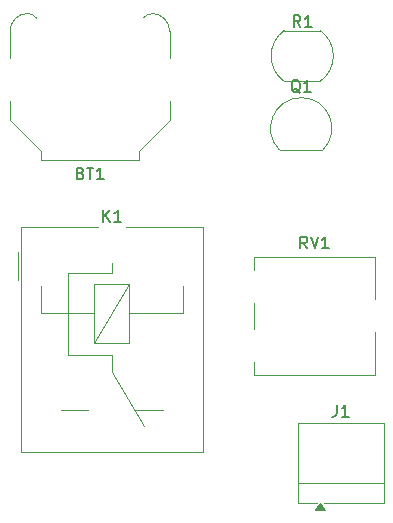
<source format=gbr>
%TF.GenerationSoftware,KiCad,Pcbnew,9.0.3*%
%TF.CreationDate,2025-07-19T00:48:33+05:30*%
%TF.ProjectId,Project_1,50726f6a-6563-4745-9f31-2e6b69636164,rev?*%
%TF.SameCoordinates,Original*%
%TF.FileFunction,Legend,Top*%
%TF.FilePolarity,Positive*%
%FSLAX46Y46*%
G04 Gerber Fmt 4.6, Leading zero omitted, Abs format (unit mm)*
G04 Created by KiCad (PCBNEW 9.0.3) date 2025-07-19 00:48:33*
%MOMM*%
%LPD*%
G01*
G04 APERTURE LIST*
%ADD10C,0.150000*%
%ADD11C,0.120000*%
G04 APERTURE END LIST*
D10*
X137904761Y-74299819D02*
X137571428Y-73823628D01*
X137333333Y-74299819D02*
X137333333Y-73299819D01*
X137333333Y-73299819D02*
X137714285Y-73299819D01*
X137714285Y-73299819D02*
X137809523Y-73347438D01*
X137809523Y-73347438D02*
X137857142Y-73395057D01*
X137857142Y-73395057D02*
X137904761Y-73490295D01*
X137904761Y-73490295D02*
X137904761Y-73633152D01*
X137904761Y-73633152D02*
X137857142Y-73728390D01*
X137857142Y-73728390D02*
X137809523Y-73776009D01*
X137809523Y-73776009D02*
X137714285Y-73823628D01*
X137714285Y-73823628D02*
X137333333Y-73823628D01*
X138190476Y-73299819D02*
X138523809Y-74299819D01*
X138523809Y-74299819D02*
X138857142Y-73299819D01*
X139714285Y-74299819D02*
X139142857Y-74299819D01*
X139428571Y-74299819D02*
X139428571Y-73299819D01*
X139428571Y-73299819D02*
X139333333Y-73442676D01*
X139333333Y-73442676D02*
X139238095Y-73537914D01*
X139238095Y-73537914D02*
X139142857Y-73585533D01*
X137333333Y-55554819D02*
X137000000Y-55078628D01*
X136761905Y-55554819D02*
X136761905Y-54554819D01*
X136761905Y-54554819D02*
X137142857Y-54554819D01*
X137142857Y-54554819D02*
X137238095Y-54602438D01*
X137238095Y-54602438D02*
X137285714Y-54650057D01*
X137285714Y-54650057D02*
X137333333Y-54745295D01*
X137333333Y-54745295D02*
X137333333Y-54888152D01*
X137333333Y-54888152D02*
X137285714Y-54983390D01*
X137285714Y-54983390D02*
X137238095Y-55031009D01*
X137238095Y-55031009D02*
X137142857Y-55078628D01*
X137142857Y-55078628D02*
X136761905Y-55078628D01*
X138285714Y-55554819D02*
X137714286Y-55554819D01*
X138000000Y-55554819D02*
X138000000Y-54554819D01*
X138000000Y-54554819D02*
X137904762Y-54697676D01*
X137904762Y-54697676D02*
X137809524Y-54792914D01*
X137809524Y-54792914D02*
X137714286Y-54840533D01*
X137304761Y-61120057D02*
X137209523Y-61072438D01*
X137209523Y-61072438D02*
X137114285Y-60977200D01*
X137114285Y-60977200D02*
X136971428Y-60834342D01*
X136971428Y-60834342D02*
X136876190Y-60786723D01*
X136876190Y-60786723D02*
X136780952Y-60786723D01*
X136828571Y-61024819D02*
X136733333Y-60977200D01*
X136733333Y-60977200D02*
X136638095Y-60881961D01*
X136638095Y-60881961D02*
X136590476Y-60691485D01*
X136590476Y-60691485D02*
X136590476Y-60358152D01*
X136590476Y-60358152D02*
X136638095Y-60167676D01*
X136638095Y-60167676D02*
X136733333Y-60072438D01*
X136733333Y-60072438D02*
X136828571Y-60024819D01*
X136828571Y-60024819D02*
X137019047Y-60024819D01*
X137019047Y-60024819D02*
X137114285Y-60072438D01*
X137114285Y-60072438D02*
X137209523Y-60167676D01*
X137209523Y-60167676D02*
X137257142Y-60358152D01*
X137257142Y-60358152D02*
X137257142Y-60691485D01*
X137257142Y-60691485D02*
X137209523Y-60881961D01*
X137209523Y-60881961D02*
X137114285Y-60977200D01*
X137114285Y-60977200D02*
X137019047Y-61024819D01*
X137019047Y-61024819D02*
X136828571Y-61024819D01*
X138209523Y-61024819D02*
X137638095Y-61024819D01*
X137923809Y-61024819D02*
X137923809Y-60024819D01*
X137923809Y-60024819D02*
X137828571Y-60167676D01*
X137828571Y-60167676D02*
X137733333Y-60262914D01*
X137733333Y-60262914D02*
X137638095Y-60310533D01*
X120616905Y-72044819D02*
X120616905Y-71044819D01*
X121188333Y-72044819D02*
X120759762Y-71473390D01*
X121188333Y-71044819D02*
X120616905Y-71616247D01*
X122140714Y-72044819D02*
X121569286Y-72044819D01*
X121855000Y-72044819D02*
X121855000Y-71044819D01*
X121855000Y-71044819D02*
X121759762Y-71187676D01*
X121759762Y-71187676D02*
X121664524Y-71282914D01*
X121664524Y-71282914D02*
X121569286Y-71330533D01*
X140416666Y-87534819D02*
X140416666Y-88249104D01*
X140416666Y-88249104D02*
X140369047Y-88391961D01*
X140369047Y-88391961D02*
X140273809Y-88487200D01*
X140273809Y-88487200D02*
X140130952Y-88534819D01*
X140130952Y-88534819D02*
X140035714Y-88534819D01*
X141416666Y-88534819D02*
X140845238Y-88534819D01*
X141130952Y-88534819D02*
X141130952Y-87534819D01*
X141130952Y-87534819D02*
X141035714Y-87677676D01*
X141035714Y-87677676D02*
X140940476Y-87772914D01*
X140940476Y-87772914D02*
X140845238Y-87820533D01*
X118714285Y-67931009D02*
X118857142Y-67978628D01*
X118857142Y-67978628D02*
X118904761Y-68026247D01*
X118904761Y-68026247D02*
X118952380Y-68121485D01*
X118952380Y-68121485D02*
X118952380Y-68264342D01*
X118952380Y-68264342D02*
X118904761Y-68359580D01*
X118904761Y-68359580D02*
X118857142Y-68407200D01*
X118857142Y-68407200D02*
X118761904Y-68454819D01*
X118761904Y-68454819D02*
X118380952Y-68454819D01*
X118380952Y-68454819D02*
X118380952Y-67454819D01*
X118380952Y-67454819D02*
X118714285Y-67454819D01*
X118714285Y-67454819D02*
X118809523Y-67502438D01*
X118809523Y-67502438D02*
X118857142Y-67550057D01*
X118857142Y-67550057D02*
X118904761Y-67645295D01*
X118904761Y-67645295D02*
X118904761Y-67740533D01*
X118904761Y-67740533D02*
X118857142Y-67835771D01*
X118857142Y-67835771D02*
X118809523Y-67883390D01*
X118809523Y-67883390D02*
X118714285Y-67931009D01*
X118714285Y-67931009D02*
X118380952Y-67931009D01*
X119238095Y-67454819D02*
X119809523Y-67454819D01*
X119523809Y-68454819D02*
X119523809Y-67454819D01*
X120666666Y-68454819D02*
X120095238Y-68454819D01*
X120380952Y-68454819D02*
X120380952Y-67454819D01*
X120380952Y-67454819D02*
X120285714Y-67597676D01*
X120285714Y-67597676D02*
X120190476Y-67692914D01*
X120190476Y-67692914D02*
X120095238Y-67740533D01*
D11*
%TO.C,RV1*%
X133390000Y-74985000D02*
X143610000Y-74985000D01*
X133390000Y-76099000D02*
X133390000Y-74985000D01*
X133390000Y-81099000D02*
X133390000Y-78891000D01*
X133390000Y-85005000D02*
X133390000Y-83891000D01*
X143610000Y-74985000D02*
X143610000Y-78599000D01*
X143610000Y-81391000D02*
X143610000Y-85005000D01*
X143610000Y-85005000D02*
X133390000Y-85005000D01*
%TO.C,R1*%
X135950000Y-55850000D02*
X139000000Y-55850000D01*
X135950000Y-60150000D02*
X139000000Y-60150000D01*
X135950000Y-60150000D02*
G75*
G02*
X135971766Y-55834475I1550000J2150000D01*
G01*
X139000000Y-55850000D02*
G75*
G02*
X139044513Y-60118249I-1500000J-2150000D01*
G01*
%TO.C,Q1*%
X135600000Y-65980000D02*
X139200000Y-65980000D01*
X135561522Y-65968478D02*
G75*
G02*
X137400000Y-61529999I1838478J1838478D01*
G01*
X137400000Y-61530000D02*
G75*
G02*
X139238478Y-65968478I0J-2600000D01*
G01*
%TO.C,K1*%
X113405000Y-74640000D02*
X113405000Y-76940000D01*
X113645000Y-91490000D02*
X113645000Y-72480000D01*
X115355000Y-77490000D02*
X115355000Y-79790000D01*
X117055000Y-87990000D02*
X119355000Y-87990000D01*
X117655000Y-83290000D02*
X117655000Y-76390000D01*
X119855000Y-77290000D02*
X122855000Y-77290000D01*
X119855000Y-79790000D02*
X115355000Y-79790000D01*
X119855000Y-82290000D02*
X119855000Y-77290000D01*
X119855000Y-82290000D02*
X122855000Y-77290000D01*
X120155000Y-72480000D02*
X113645000Y-72480000D01*
X121355000Y-76390000D02*
X117655000Y-76390000D01*
X121355000Y-76390000D02*
X121355000Y-75490000D01*
X121355000Y-83290000D02*
X117655000Y-83290000D01*
X121355000Y-83290000D02*
X121355000Y-84790000D01*
X121355000Y-84790000D02*
X124055000Y-89290000D01*
X122855000Y-77290000D02*
X122855000Y-82290000D01*
X122855000Y-82290000D02*
X119855000Y-82290000D01*
X125655000Y-87990000D02*
X123355000Y-87990000D01*
X127355000Y-79790000D02*
X122855000Y-79790000D01*
X127355000Y-79790000D02*
X127355000Y-77490000D01*
X129065000Y-72480000D02*
X122555000Y-72480000D01*
X129065000Y-72480000D02*
X129065000Y-91500000D01*
X129065000Y-91500000D02*
X113645000Y-91500000D01*
%TO.C,J1*%
X137130000Y-89080000D02*
X144370000Y-89080000D01*
X137130000Y-94200000D02*
X144370000Y-94200000D01*
X137130000Y-95820000D02*
X137130000Y-89080000D01*
X138700000Y-95820000D02*
X137130000Y-95820000D01*
X144370000Y-89080000D02*
X144370000Y-95820000D01*
X144370000Y-95820000D02*
X139300000Y-95820000D01*
X139440000Y-96430000D02*
X138560000Y-96430000D01*
X139000000Y-95820000D01*
X139440000Y-96430000D01*
G36*
X139440000Y-96430000D02*
G01*
X138560000Y-96430000D01*
X139000000Y-95820000D01*
X139440000Y-96430000D01*
G37*
%TO.C,BT1*%
X126250000Y-63450000D02*
X123650000Y-66050000D01*
X126250000Y-61800000D02*
X126250000Y-63450000D01*
X126250000Y-58200000D02*
X126250000Y-55900000D01*
X123650000Y-66850000D02*
X115350000Y-66850000D01*
X123650000Y-66050000D02*
X123650000Y-66850000D01*
X115350000Y-66850000D02*
X115350000Y-66050000D01*
X115350000Y-66050000D02*
X112750000Y-63450000D01*
X112750000Y-63450000D02*
X112750000Y-61800000D01*
X112750000Y-58200000D02*
X112750000Y-55900000D01*
X124800000Y-54400000D02*
G75*
G02*
X126249999Y-55900000I-49974J-1499141D01*
G01*
X124000000Y-54800000D02*
G75*
G02*
X124914615Y-54415840I790000J-600001D01*
G01*
X114200000Y-54400000D02*
G75*
G02*
X115000000Y-54800000I-6100J-1012200D01*
G01*
X112750000Y-55900000D02*
G75*
G02*
X114200000Y-54400002I1499970J860D01*
G01*
%TD*%
M02*

</source>
